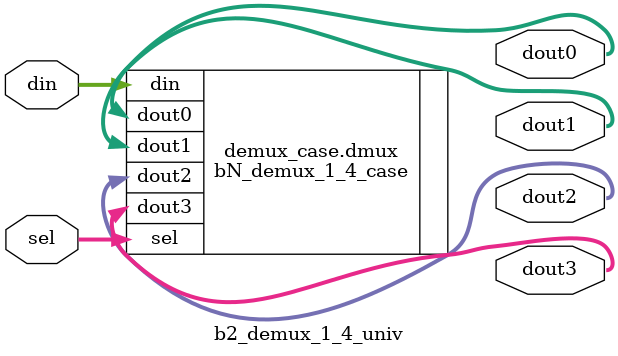
<source format=v>

module b2_demux_1_4_univ
#(
    parameter MODE = "CASE"
)(
    input  [1:0] din,
    input  [1:0] sel,
    output [1:0] dout0,
    output [1:0] dout1,
    output [1:0] dout2,
    output [1:0] dout3
);
    // generate & parameter can be used to select one of module implementations
    generate
        // the 1st implementation
        if(MODE == "CASE") begin : demux_case
            bN_demux_1_4_case #(2) dmux
            (
                .din    ( din   ),
                .sel    ( sel   ),
                .dout0  ( dout0 ),
                .dout1  ( dout1 ),
                .dout2  ( dout2 ),
                .dout3  ( dout3 ) 
            );
        end

        // the 2nd implementation
        else if(MODE == "SV") begin : demux_sv
            wire [7:0] dout;
            assign { dout3, dout2, dout1, dout0 } = dout;

            bN_demux_1_N
            #(
                .DATA_WIDTH (2),
                .ADDR_WIDTH (2)
            )
            dmux
            (
                .din  ( din  ),
                .sel  ( sel  ),
                .dout ( dout ) 
            );
        end

        // or the module stub!
        else begin : nothing
            assign dout0 = 2'b0;
            assign dout1 = 2'b0;
            assign dout2 = 2'b0;
            assign dout3 = 2'b0;
        end

    endgenerate
endmodule

</source>
